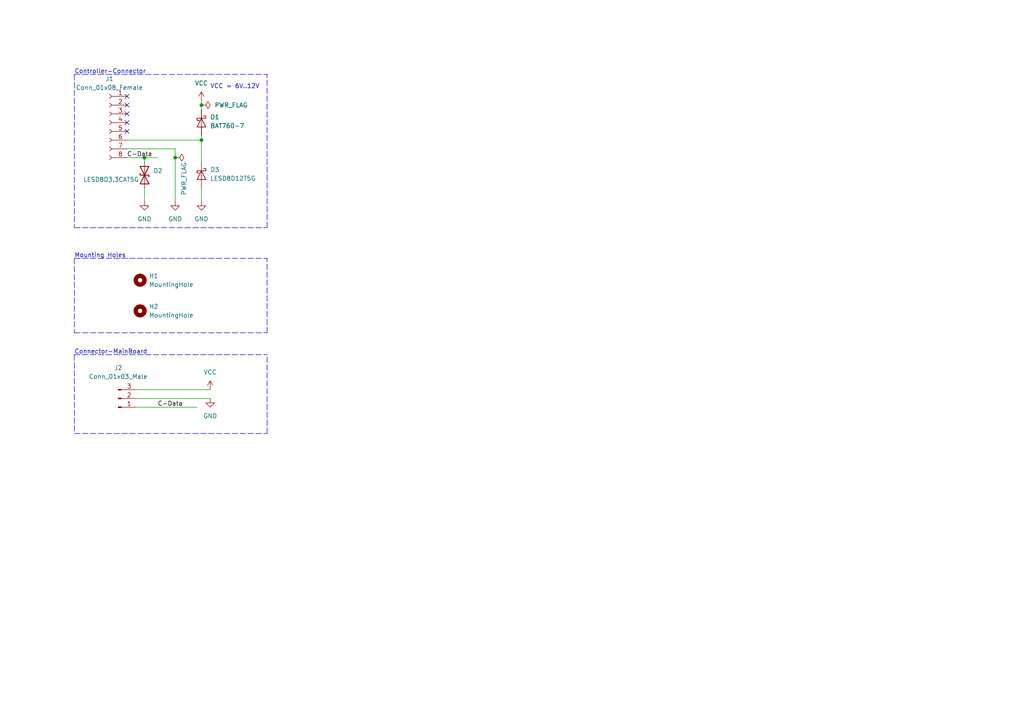
<source format=kicad_sch>
(kicad_sch (version 20211123) (generator eeschema)
  (paper "A4")
  (title_block (title "Connector Board") (date "2023-02-04") (company "Fabian Kuffer"))
  (lib_symbols
    (symbol "Connector:Conn_01x03_Male" (pin_names (offset 1.016) hide)
      (property "Reference" "J" (at 0 5.08 0))
      (property "Value" "Conn_01x03_Male" (at 0 -5.08 0))
      (symbol "Conn_01x03_Male_1_1"
        (polyline (pts (xy 1.27 -2.54) (xy 0.8636 -2.54)) (stroke (width 0.1524)))
        (polyline (pts (xy 1.27 0) (xy 0.8636 0)) (stroke (width 0.1524)))
        (polyline (pts (xy 1.27 2.54) (xy 0.8636 2.54)) (stroke (width 0.1524)))
        (rectangle (start 0.8636 -2.413) (end 0 -2.667) (stroke (width 0.1524)) (fill (type outline)))
        (rectangle (start 0.8636 0.127) (end 0 -0.127) (stroke (width 0.1524)) (fill (type outline)))
        (rectangle (start 0.8636 2.667) (end 0 2.413) (stroke (width 0.1524)) (fill (type outline)))
        (pin passive line (at 5.08 2.54 180) (length 3.81) (name "Pin_1") (number "1"))
        (pin passive line (at 5.08 0 180) (length 3.81) (name "Pin_2") (number "2"))
        (pin passive line (at 5.08 -2.54 180) (length 3.81) (name "Pin_3") (number "3"))
      )
    )
    (symbol "Connector:Conn_01x08_Female" (pin_names (offset 1.016) hide)
      (property "Reference" "J" (at 0 10.16 0))
      (property "Value" "Conn_01x08_Female" (at 0 -12.7 0))
      (symbol "Conn_01x08_Female_1_1"
        (arc (start 0 -9.652) (mid -0.508 -10.16) (end 0 -10.668) (stroke (width 0.1524)))
        (arc (start 0 -7.112) (mid -0.508 -7.62) (end 0 -8.128) (stroke (width 0.1524)))
        (arc (start 0 -4.572) (mid -0.508 -5.08) (end 0 -5.588) (stroke (width 0.1524)))
        (arc (start 0 -2.032) (mid -0.508 -2.54) (end 0 -3.048) (stroke (width 0.1524)))
        (polyline (pts (xy -1.27 -10.16) (xy -0.508 -10.16)) (stroke (width 0.1524)))
        (polyline (pts (xy -1.27 -7.62) (xy -0.508 -7.62)) (stroke (width 0.1524)))
        (polyline (pts (xy -1.27 -5.08) (xy -0.508 -5.08)) (stroke (width 0.1524)))
        (polyline (pts (xy -1.27 -2.54) (xy -0.508 -2.54)) (stroke (width 0.1524)))
        (polyline (pts (xy -1.27 0) (xy -0.508 0)) (stroke (width 0.1524)))
        (polyline (pts (xy -1.27 2.54) (xy -0.508 2.54)) (stroke (width 0.1524)))
        (polyline (pts (xy -1.27 5.08) (xy -0.508 5.08)) (stroke (width 0.1524)))
        (polyline (pts (xy -1.27 7.62) (xy -0.508 7.62)) (stroke (width 0.1524)))
        (arc (start 0 0.508) (mid -0.508 0) (end 0 -0.508) (stroke (width 0.1524)))
        (arc (start 0 3.048) (mid -0.508 2.54) (end 0 2.032) (stroke (width 0.1524)))
        (arc (start 0 5.588) (mid -0.508 5.08) (end 0 4.572) (stroke (width 0.1524)))
        (arc (start 0 8.128) (mid -0.508 7.62) (end 0 7.112) (stroke (width 0.1524)))
        (pin passive line (at -5.08 7.62 0) (length 3.81) (name "Pin_1") (number "1"))
        (pin passive line (at -5.08 5.08 0) (length 3.81) (name "Pin_2") (number "2"))
        (pin passive line (at -5.08 2.54 0) (length 3.81) (name "Pin_3") (number "3"))
        (pin passive line (at -5.08 0 0) (length 3.81) (name "Pin_4") (number "4"))
        (pin passive line (at -5.08 -2.54 0) (length 3.81) (name "Pin_5") (number "5"))
        (pin passive line (at -5.08 -5.08 0) (length 3.81) (name "Pin_6") (number "6"))
        (pin passive line (at -5.08 -7.62 0) (length 3.81) (name "Pin_7") (number "7"))
        (pin passive line (at -5.08 -10.16 0) (length 3.81) (name "Pin_8") (number "8"))
      )
    )
    (symbol "Diode:1N62xxCA" (pin_numbers hide) (pin_names (offset 1.016) hide)
      (property "Reference" "D" (at 0 2.54 0))
      (property "Value" "1N62xxCA" (at 0 -2.54 0))
      (symbol "1N62xxCA_0_1"
        (polyline (pts (xy 1.27 0) (xy -1.27 0)))
        (polyline (pts (xy -2.54 -1.27) (xy 0 0) (xy -2.54 1.27) (xy -2.54 -1.27)) (stroke (width 0.254)))
        (polyline (pts (xy 0.508 1.27) (xy 0 1.27) (xy 0 -1.27) (xy -0.508 -1.27)) (stroke (width 0.254)))
        (polyline (pts (xy 2.54 1.27) (xy 2.54 -1.27) (xy 0 0) (xy 2.54 1.27)) (stroke (width 0.254)))
      )
      (symbol "1N62xxCA_1_1"
        (pin passive line (at -3.81 0 0) (length 2.54) (name "A1") (number "1"))
        (pin passive line (at 3.81 0 180) (length 2.54) (name "A2") (number "2"))
      )
    )
    (symbol "Diode:PMEG1020EH" (pin_numbers hide) (pin_names hide)
      (property "Reference" "D" (at 0 2.54 0))
      (property "Value" "PMEG1020EH" (at 0 -2.54 0))
      (symbol "PMEG1020EH_0_1"
        (polyline (pts (xy 1.27 0) (xy -1.27 0)))
        (polyline (pts (xy 1.27 1.27) (xy 1.27 -1.27) (xy -1.27 0) (xy 1.27 1.27)) (stroke (width 0.2032)))
        (polyline (pts (xy -1.905 0.635) (xy -1.905 1.27) (xy -1.27 1.27) (xy -1.27 -1.27) (xy -0.635 -1.27) (xy -0.635 -0.635)) (stroke (width 0.2032)))
      )
      (symbol "PMEG1020EH_1_1"
        (pin passive line (at -3.81 0 0) (length 2.54) (name "K") (number "1"))
        (pin passive line (at 3.81 0 180) (length 2.54) (name "A") (number "2"))
      )
    )
    (symbol "Mechanical:MountingHole" (pin_names (offset 1.016))
      (property "Reference" "H" (at 0 5.08 0))
      (property "Value" "MountingHole" (at 0 3.175 0))
      (symbol "MountingHole_0_1"
        (circle (center 0 0) (radius 1.27) (stroke (width 1.27)))
      )
    )
    (symbol "PMEG1020EH_1" (pin_numbers hide) (pin_names hide)
      (property "Reference" "D" (at 0 2.54 0))
      (property "Value" "PMEG1020EH_1" (at 0 -2.54 0))
      (symbol "PMEG1020EH_1_0_1"
        (polyline (pts (xy 1.27 0) (xy -1.27 0)))
        (polyline (pts (xy 1.27 1.27) (xy 1.27 -1.27) (xy -1.27 0) (xy 1.27 1.27)) (stroke (width 0.2032)))
        (polyline (pts (xy -1.905 0.635) (xy -1.905 1.27) (xy -1.27 1.27) (xy -1.27 -1.27) (xy -0.635 -1.27) (xy -0.635 -0.635)) (stroke (width 0.2032)))
      )
      (symbol "PMEG1020EH_1_1_1"
        (pin passive line (at -3.81 0 0) (length 2.54) (name "K") (number "1"))
        (pin passive line (at 3.81 0 180) (length 2.54) (name "A") (number "2"))
      )
    )
    (symbol "power:GND" (power) (pin_names (offset 0))
      (property "Value" "GND" (at 0 -3.81 0))
      (symbol "GND_0_1"
        (polyline (pts (xy 0 0) (xy 0 -1.27) (xy 1.27 -1.27) (xy 0 -2.54) (xy -1.27 -1.27) (xy 0 -1.27)))
      )
      (symbol "GND_1_1"
        (pin power_in line (at 0 0 270) (length 0) hide (name "GND") (number "1"))
      )
    )
    (symbol "power:PWR_FLAG" (power) (pin_numbers hide) (pin_names (offset 0) hide)
      (property "Value" "PWR_FLAG" (at 0 3.81 0))
      (symbol "PWR_FLAG_0_0"
        (pin power_out line (at 0 0 90) (length 0) (name "pwr") (number "1"))
      )
      (symbol "PWR_FLAG_0_1"
        (polyline (pts (xy 0 0) (xy 0 1.27) (xy -1.016 1.905) (xy 0 2.54) (xy 1.016 1.905) (xy 0 1.27)))
      )
    )
    (symbol "power:VCC" (power) (pin_names (offset 0))
      (property "Value" "VCC" (at 0 3.81 0))
      (symbol "VCC_0_1"
        (polyline (pts (xy -0.762 1.27) (xy 0 2.54)))
        (polyline (pts (xy 0 0) (xy 0 2.54)))
        (polyline (pts (xy 0 2.54) (xy 0.762 1.27)))
      )
      (symbol "VCC_1_1"
        (pin power_in line (at 0 0 90) (length 0) hide (name "VCC") (number "1"))
      )
    )
  )
  (junction (at 50.8 45.72))
  (junction (at 58.42 40.64))
  (junction (at 58.42 30.48))
  (junction (at 41.91 45.72))
  (no_connect (at 36.83 38.1))
  (no_connect (at 36.83 33.02))
  (no_connect (at 36.83 27.94))
  (no_connect (at 36.83 35.56))
  (no_connect (at 36.83 30.48))
  (polyline (pts (xy 21.59 74.93) (xy 21.59 96.52)))
  (wire (pts (xy 58.42 30.48) (xy 58.42 31.75)))
  (wire (pts (xy 50.8 43.18) (xy 50.8 45.72)))
  (wire (pts (xy 36.83 43.18) (xy 50.8 43.18)))
  (wire (pts (xy 41.91 45.72) (xy 45.72 45.72)))
  (wire (pts (xy 50.8 45.72) (xy 50.8 58.42)))
  (wire (pts (xy 58.42 40.64) (xy 58.42 46.99)))
  (polyline (pts (xy 21.59 125.73) (xy 77.47 125.73)))
  (wire (pts (xy 58.42 29.21) (xy 58.42 30.48)))
  (polyline (pts (xy 77.47 66.04) (xy 77.47 21.59)))
  (polyline (pts (xy 77.47 125.73) (xy 77.47 102.87)))
  (wire (pts (xy 36.83 40.64) (xy 58.42 40.64)))
  (wire (pts (xy 39.37 115.57) (xy 60.96 115.57)))
  (polyline (pts (xy 21.59 102.87) (xy 77.47 102.87)))
  (wire (pts (xy 39.37 113.03) (xy 60.96 113.03)))
  (wire (pts (xy 58.42 54.61) (xy 58.42 58.42)))
  (wire (pts (xy 39.37 118.11) (xy 57.15 118.11)))
  (wire (pts (xy 41.91 54.61) (xy 41.91 58.42)))
  (polyline (pts (xy 21.59 102.87) (xy 21.59 125.73)))
  (polyline (pts (xy 21.59 96.52) (xy 77.47 96.52)))
  (polyline (pts (xy 21.59 66.04) (xy 77.47 66.04)))
  (polyline (pts (xy 21.59 74.93) (xy 77.47 74.93)))
  (polyline (pts (xy 21.59 21.59) (xy 77.47 21.59)))
  (wire (pts (xy 36.83 45.72) (xy 41.91 45.72)))
  (polyline (pts (xy 21.59 21.59) (xy 21.59 66.04)))
  (wire (pts (xy 58.42 39.37) (xy 58.42 40.64)))
  (polyline (pts (xy 77.47 96.52) (xy 77.47 74.93)))
  (wire (pts (xy 41.91 45.72) (xy 41.91 46.99)))
  (text "Connector-MainBoard\n" (at 21.59 102.87 0) (effects (font (size 1.27 1.27)) (justify left bottom)))
  (text "VCC = 6V..12V\n\n" (at 60.96 27.94 0) (effects (font (size 1.27 1.27)) (justify left bottom)))
  (text "Mounting Holes\n" (at 21.59 74.93 0) (effects (font (size 1.27 1.27)) (justify left bottom)))
  (text "Controller-Connector" (at 21.59 21.59 0) (effects (font (size 1.27 1.27)) (justify left bottom)))
  (label "C-Data" (at 45.72 118.11 0))
  (label "C-Data" (at 36.83 45.72 0))
  (symbol (lib_id "Diode:1N62xxCA") (at 41.91 50.8 90) (unit 1)
    (property "Reference" "D2" (at 44.45 49.5299 90) (effects (justify right)))
    (property "Value" "LESD8D3.3CAT5G" (at 24.13 52.07 90) (effects (justify right)))
    (property "Footprint" "SOD882:SOD882" (effects hide))
  )
  (symbol (lib_id "Connector:Conn_01x08_Female") (at 31.75 35.56 0) (mirror y) (unit 1)
    (property "Reference" "J1" (at 31.75 22.86 0))
    (property "Value" "Conn_01x08_Female" (at 31.75 25.4 0))
    (property "Footprint" "Connector_PinSocket_2.54mm:PinSocket_1x08_P2.54mm_Vertical" (effects hide))
  )
  (symbol (lib_id "power:GND") (at 60.96 115.57 0) (unit 1)
    (property "Reference" "#PWR0106" (effects hide))
    (property "Value" "GND" (at 60.96 120.65 0))
  )
  (symbol (lib_id "Mechanical:MountingHole") (at 40.64 90.17 0) (unit 1)
    (property "Reference" "H2" (at 43.18 88.8999 0) (effects (justify left)))
    (property "Value" "MountingHole" (at 43.18 91.4399 0) (effects (justify left)))
    (property "Footprint" "MountingHole:MountingHole_2.2mm_M2" (effects hide))
  )
  (symbol (lib_id "Diode:PMEG1020EH") (at 58.42 50.8 270) (unit 1)
    (property "Reference" "D3" (at 60.96 49.2124 90) (effects (justify left)))
    (property "Value" "LESD8D12T5G" (at 60.96 51.7524 90) (effects (justify left)))
    (property "Footprint" "SOD882:SOD882" (effects hide))
  )
  (symbol (lib_id "Connector:Conn_01x03_Male") (at 34.29 115.57 0) (mirror x) (unit 1)
    (property "Reference" "J2" (at 34.29 106.68 0))
    (property "Value" "Conn_01x03_Male" (at 34.29 109.22 0))
    (property "Footprint" "Connector_JST:JST_GH_SM03B-GHS-TB_1x03-1MP_P1.25mm_Horizontal" (effects hide))
  )
  (symbol (lib_id "power:GND") (at 41.91 58.42 0) (unit 1)
    (property "Reference" "#PWR0103" (effects hide))
    (property "Value" "GND" (at 41.91 63.5 0))
  )
  (symbol (lib_id "power:VCC") (at 58.42 29.21 0) (unit 1)
    (property "Reference" "#PWR0104" (effects hide))
    (property "Value" "VCC" (at 58.42 24.13 0))
  )
  (symbol (lib_id "power:GND") (at 50.8 58.42 0) (unit 1)
    (property "Reference" "#PWR0101" (effects hide))
    (property "Value" "GND" (at 50.8 63.5 0))
  )
  (symbol (lib_id "power:PWR_FLAG") (at 50.8 45.72 270) (unit 1)
    (property "Reference" "#FLG0101" (effects hide))
    (property "Value" "PWR_FLAG" (at 53.34 46.99 0) (effects (justify left)))
  )
  (symbol (lib_name "PMEG1020EH_1") (lib_id "Diode:PMEG1020EH") (at 58.42 35.56 270) (unit 1)
    (property "Reference" "D1" (at 60.96 33.9724 90) (effects (justify left)))
    (property "Value" "BAT760-7" (at 60.96 36.5124 90) (effects (justify left)))
    (property "Footprint" "Diode_SMD:D_SOD-323F" (effects hide))
  )
  (symbol (lib_id "Mechanical:MountingHole") (at 40.64 81.28 0) (unit 1)
    (property "Reference" "H1" (at 43.18 80.0099 0) (effects (justify left)))
    (property "Value" "MountingHole" (at 43.18 82.5499 0) (effects (justify left)))
    (property "Footprint" "MountingHole:MountingHole_2.2mm_M2" (effects hide))
  )
  (symbol (lib_id "power:PWR_FLAG") (at 58.42 30.48 270) (unit 1)
    (property "Reference" "#FLG0102" (effects hide))
    (property "Value" "PWR_FLAG" (at 62.23 30.4799 90) (effects (justify left)))
  )
  (symbol (lib_id "power:GND") (at 58.42 58.42 0) (unit 1)
    (property "Reference" "#PWR0102" (effects hide))
    (property "Value" "GND" (at 58.42 63.5 0))
  )
  (symbol (lib_id "power:VCC") (at 60.96 113.03 0) (unit 1)
    (property "Reference" "#PWR0105" (effects hide))
    (property "Value" "VCC" (at 60.96 107.95 0))
  )
)
</source>
